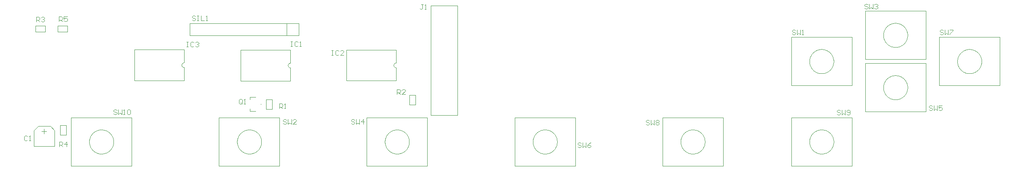
<source format=gto>
*%FSLAX23Y23*%
*%MOIN*%
G01*
D11*
X9299Y8647D02*
X9313D01*
X9306D02*
X9299D01*
X9306D02*
Y8614D01*
X9299Y8607D01*
X9293D01*
X9286Y8614D01*
X9326Y8607D02*
X9339D01*
X9333D01*
Y8647D01*
X9334D01*
X9333D02*
X9326Y8640D01*
X13602Y8436D02*
X13609Y8429D01*
X13602Y8436D02*
X13589D01*
X13582Y8429D01*
Y8423D01*
X13589Y8416D01*
X13602D01*
X13609Y8409D01*
Y8403D01*
X13602Y8396D01*
X13589D01*
X13582Y8403D01*
X13622Y8396D02*
Y8436D01*
X13635Y8409D02*
X13622Y8396D01*
X13635Y8409D02*
X13649Y8396D01*
Y8436D01*
X13662D02*
X13689D01*
Y8429D01*
X13662Y8403D01*
Y8396D01*
X12388Y8431D02*
X12381Y8438D01*
X12368D01*
X12361Y8431D01*
Y8425D01*
X12368Y8418D01*
X12381D01*
X12388Y8411D01*
Y8405D01*
X12381Y8398D01*
X12368D01*
X12361Y8405D01*
X12401Y8398D02*
Y8438D01*
X12414Y8411D02*
X12401Y8398D01*
X12414Y8411D02*
X12428Y8398D01*
Y8438D01*
X12441Y8398D02*
X12454D01*
X12448D01*
Y8438D01*
X12449D01*
X12448D02*
X12441Y8431D01*
X13510Y7810D02*
X13517Y7803D01*
X13510Y7810D02*
X13497D01*
X13490Y7803D01*
Y7797D01*
X13497Y7790D01*
X13510D01*
X13517Y7783D01*
Y7777D01*
X13510Y7770D01*
X13497D01*
X13490Y7777D01*
X13530Y7770D02*
Y7810D01*
X13543Y7783D02*
X13530Y7770D01*
X13543Y7783D02*
X13557Y7770D01*
Y7810D01*
X13570D02*
X13597D01*
X13570D02*
Y7790D01*
X13583Y7797D01*
X13590D01*
X13597Y7790D01*
Y7777D01*
X13590Y7770D01*
X13577D01*
X13570Y7777D01*
X12986Y8644D02*
X12979Y8651D01*
X12966D01*
X12959Y8644D01*
Y8638D01*
X12966Y8631D01*
X12979D01*
X12986Y8624D01*
Y8618D01*
X12979Y8611D01*
X12966D01*
X12959Y8618D01*
X12999Y8611D02*
Y8651D01*
X13012Y8624D02*
X12999Y8611D01*
X13012Y8624D02*
X13026Y8611D01*
Y8651D01*
X13039Y8644D02*
X13046Y8651D01*
X13059D01*
X13066Y8644D01*
Y8638D01*
X13067D01*
X13066D02*
X13067D01*
X13066D02*
X13067D01*
X13066D02*
X13059Y8631D01*
X13052D01*
X13059D01*
X13066Y8624D01*
Y8618D01*
X13059Y8611D01*
X13046D01*
X13039Y8618D01*
X12750Y7772D02*
X12757Y7765D01*
X12750Y7772D02*
X12737D01*
X12730Y7765D01*
Y7759D01*
X12737Y7752D01*
X12750D01*
X12757Y7745D01*
Y7739D01*
X12750Y7732D01*
X12737D01*
X12730Y7739D01*
X12770Y7732D02*
Y7772D01*
X12783Y7745D02*
X12770Y7732D01*
X12783Y7745D02*
X12797Y7732D01*
Y7772D01*
X12810Y7739D02*
X12817Y7732D01*
X12830D01*
X12837Y7739D01*
Y7765D01*
X12830Y7772D01*
X12817D01*
X12810Y7765D01*
Y7759D01*
X12817Y7752D01*
X12837D01*
X10619Y7497D02*
X10612Y7504D01*
X10599D01*
X10592Y7497D01*
Y7491D01*
X10599Y7484D01*
X10612D01*
X10619Y7477D01*
Y7471D01*
X10612Y7464D01*
X10599D01*
X10592Y7471D01*
X10632Y7464D02*
Y7504D01*
X10645Y7477D02*
X10632Y7464D01*
X10645Y7477D02*
X10659Y7464D01*
Y7504D01*
X10685Y7497D02*
X10699Y7504D01*
X10685Y7497D02*
X10672Y7484D01*
Y7471D01*
X10679Y7464D01*
X10692D01*
X10699Y7471D01*
Y7477D01*
X10692Y7484D01*
X10672D01*
X11173Y7689D02*
X11180Y7682D01*
X11173Y7689D02*
X11160D01*
X11153Y7682D01*
Y7676D01*
X11160Y7669D01*
X11173D01*
X11180Y7662D01*
Y7656D01*
X11173Y7649D01*
X11160D01*
X11153Y7656D01*
X11193Y7649D02*
Y7689D01*
X11206Y7662D02*
X11193Y7649D01*
X11206Y7662D02*
X11220Y7649D01*
Y7689D01*
X11233Y7682D02*
X11240Y7689D01*
X11253D01*
X11260Y7682D01*
Y7676D01*
X11253Y7669D01*
X11260Y7662D01*
Y7656D01*
X11253Y7649D01*
X11240D01*
X11233Y7656D01*
Y7662D01*
X11240Y7669D01*
X11233Y7676D01*
Y7682D01*
X11240Y7669D02*
X11253D01*
X9099Y7904D02*
Y7944D01*
X9119D01*
X9126Y7937D01*
Y7924D01*
X9119Y7917D01*
X9099D01*
X9112D02*
X9126Y7904D01*
X9139D02*
X9166D01*
X9139D02*
X9166Y7931D01*
Y7937D01*
X9159Y7944D01*
X9146D01*
X9139Y7937D01*
X8570Y8266D02*
X8557D01*
X8564D02*
X8570D01*
X8564D02*
Y8226D01*
X8557D01*
X8570D01*
X8610Y8266D02*
X8617Y8259D01*
X8610Y8266D02*
X8597D01*
X8590Y8259D01*
Y8233D01*
X8597Y8226D01*
X8610D01*
X8617Y8233D01*
X8630Y8226D02*
X8657D01*
X8630D02*
X8657Y8253D01*
Y8259D01*
X8650Y8266D01*
X8637D01*
X8630Y8259D01*
X8741Y7695D02*
X8748Y7688D01*
X8741Y7695D02*
X8728D01*
X8721Y7688D01*
Y7682D01*
X8728Y7675D01*
X8741D01*
X8748Y7668D01*
Y7662D01*
X8741Y7655D01*
X8728D01*
X8721Y7662D01*
X8761Y7655D02*
Y7695D01*
X8774Y7668D02*
X8761Y7655D01*
X8774Y7668D02*
X8788Y7655D01*
Y7695D01*
X8821D02*
Y7655D01*
X8801Y7675D02*
X8821Y7695D01*
X8828Y7675D02*
X8801D01*
X7435Y8546D02*
X7428Y8553D01*
X7415D01*
X7408Y8546D01*
Y8540D01*
X7415Y8533D01*
X7428D01*
X7435Y8526D01*
Y8520D01*
X7428Y8513D01*
X7415D01*
X7408Y8520D01*
X7448Y8553D02*
X7461D01*
X7455D01*
Y8513D01*
X7448D01*
X7461D01*
X7481D02*
Y8553D01*
Y8513D02*
X7508D01*
X7521D02*
X7535D01*
X7528D01*
Y8553D01*
X7529D01*
X7528D02*
X7521Y8546D01*
X8220Y8340D02*
X8233D01*
X8227D01*
Y8300D01*
X8220D01*
X8233D01*
X8273Y8340D02*
X8280Y8333D01*
X8273Y8340D02*
X8260D01*
X8253Y8333D01*
Y8307D01*
X8260Y8300D01*
X8273D01*
X8280Y8307D01*
X8293Y8300D02*
X8307D01*
X8300D01*
Y8340D01*
X8301D01*
X8300D02*
X8293Y8333D01*
X8126Y7825D02*
Y7785D01*
Y7825D02*
X8146D01*
X8153Y7818D01*
Y7805D01*
X8146Y7798D01*
X8126D01*
X8139D02*
X8153Y7785D01*
X8166D02*
X8179D01*
X8173D01*
Y7825D01*
X8174D01*
X8173D02*
X8166Y7818D01*
X7822Y7829D02*
Y7855D01*
X7815Y7862D01*
X7802D01*
X7795Y7855D01*
Y7829D01*
X7802Y7822D01*
X7815D01*
X7822D02*
X7808Y7835D01*
X7815Y7822D02*
X7822Y7829D01*
X7835Y7822D02*
X7848D01*
X7842D01*
Y7862D01*
X7843D01*
X7842D02*
X7835Y7855D01*
X8179Y7695D02*
X8186Y7688D01*
X8179Y7695D02*
X8166D01*
X8159Y7688D01*
Y7682D01*
X8166Y7675D01*
X8179D01*
X8186Y7668D01*
Y7662D01*
X8179Y7655D01*
X8166D01*
X8159Y7662D01*
X8199Y7655D02*
Y7695D01*
X8212Y7668D02*
X8199Y7655D01*
X8212Y7668D02*
X8226Y7655D01*
Y7695D01*
X8239Y7655D02*
X8266D01*
X8239D02*
X8266Y7682D01*
Y7688D01*
X8259Y7695D01*
X8246D01*
X8239Y7688D01*
X7375Y8336D02*
X7362D01*
X7369D02*
X7375D01*
X7369D02*
Y8296D01*
X7362D01*
X7375D01*
X7415Y8336D02*
X7422Y8329D01*
X7415Y8336D02*
X7402D01*
X7395Y8329D01*
Y8303D01*
X7402Y8296D01*
X7415D01*
X7422Y8303D01*
X7435Y8329D02*
X7442Y8336D01*
X7455D01*
X7462Y8329D01*
Y8323D01*
X7463D01*
X7462D02*
X7463D01*
X7462D02*
X7463D01*
X7462D02*
X7455Y8316D01*
X7449D01*
X7455D01*
X7462Y8309D01*
Y8303D01*
X7455Y8296D01*
X7442D01*
X7435Y8303D01*
X6120Y8503D02*
Y8543D01*
X6140D01*
X6147Y8536D01*
Y8523D01*
X6140Y8516D01*
X6120D01*
X6133D02*
X6147Y8503D01*
X6160Y8536D02*
X6167Y8543D01*
X6180D01*
X6187Y8536D01*
Y8530D01*
X6188D01*
X6187D02*
X6188D01*
X6187D02*
X6188D01*
X6187D02*
X6180Y8523D01*
X6173D01*
X6180D01*
X6187Y8516D01*
Y8510D01*
X6180Y8503D01*
X6167D01*
X6160Y8510D01*
X6309Y8505D02*
Y8545D01*
X6329D01*
X6336Y8538D01*
Y8525D01*
X6329Y8518D01*
X6309D01*
X6322D02*
X6336Y8505D01*
X6349Y8545D02*
X6376D01*
X6349D02*
Y8525D01*
X6362Y8532D01*
X6369D01*
X6376Y8525D01*
Y8512D01*
X6369Y8505D01*
X6356D01*
X6349Y8512D01*
X6779Y7777D02*
X6786Y7770D01*
X6779Y7777D02*
X6766D01*
X6759Y7770D01*
Y7764D01*
X6766Y7757D01*
X6779D01*
X6786Y7750D01*
Y7744D01*
X6779Y7737D01*
X6766D01*
X6759Y7744D01*
X6799Y7737D02*
Y7777D01*
X6812Y7750D02*
X6799Y7737D01*
X6812Y7750D02*
X6826Y7737D01*
Y7777D01*
X6839Y7737D02*
X6852D01*
X6846D01*
Y7777D01*
X6847D01*
X6846D02*
X6839Y7770D01*
X6872D02*
X6879Y7777D01*
X6892D01*
X6899Y7770D01*
Y7744D01*
X6892Y7737D01*
X6879D01*
X6872Y7744D01*
Y7770D01*
X6311Y7509D02*
Y7469D01*
Y7509D02*
X6331D01*
X6338Y7502D01*
Y7489D01*
X6331Y7482D01*
X6311D01*
X6324D02*
X6338Y7469D01*
X6371D02*
Y7509D01*
X6351Y7489D01*
X6378D01*
X6049Y7552D02*
X6042Y7559D01*
X6029D01*
X6022Y7552D01*
Y7526D01*
X6029Y7519D01*
X6042D01*
X6049Y7526D01*
X6062Y7519D02*
X6075D01*
X6069D01*
Y7559D01*
X6070D01*
X6069D02*
X6062Y7552D01*
D13*
X9376Y7730D02*
Y8636D01*
X9598D02*
Y7730D01*
X9376D01*
Y8636D02*
X9598D01*
X13924Y8175D02*
X13924Y8172D01*
X13924Y8168D01*
X13924Y8165D01*
X13923Y8162D01*
X13923Y8158D01*
X13922Y8155D01*
X13921Y8152D01*
X13920Y8149D01*
X13920Y8146D01*
X13919Y8142D01*
X13917Y8139D01*
X13916Y8136D01*
X13915Y8133D01*
X13913Y8130D01*
X13912Y8127D01*
X13910Y8124D01*
X13908Y8121D01*
X13907Y8119D01*
X13905Y8116D01*
X13903Y8113D01*
X13901Y8111D01*
X13898Y8108D01*
X13896Y8106D01*
X13894Y8103D01*
X13891Y8101D01*
X13889Y8099D01*
X13886Y8097D01*
X13884Y8095D01*
X13881Y8093D01*
X13878Y8091D01*
X13875Y8089D01*
X13873Y8088D01*
X13870Y8086D01*
X13867Y8085D01*
X13864Y8083D01*
X13861Y8082D01*
X13857Y8081D01*
X13854Y8080D01*
X13851Y8079D01*
X13848Y8078D01*
X13845Y8077D01*
X13841Y8077D01*
X13838Y8076D01*
X13835Y8076D01*
X13831Y8075D01*
X13828Y8075D01*
X13825Y8075D01*
X13822Y8075D01*
X13818Y8075D01*
X13815Y8075D01*
X13812Y8076D01*
X13808Y8076D01*
X13805Y8077D01*
X13802Y8078D01*
X13799Y8078D01*
X13795Y8079D01*
X13792Y8080D01*
X13789Y8081D01*
X13786Y8083D01*
X13783Y8084D01*
X13780Y8085D01*
X13777Y8087D01*
X13774Y8088D01*
X13771Y8090D01*
X13768Y8092D01*
X13766Y8094D01*
X13763Y8096D01*
X13760Y8098D01*
X13758Y8100D01*
X13755Y8102D01*
X13753Y8105D01*
X13751Y8107D01*
X13748Y8109D01*
X13746Y8112D01*
X13744Y8115D01*
X13742Y8117D01*
X13740Y8120D01*
X13739Y8123D01*
X13737Y8126D01*
X13735Y8129D01*
X13734Y8132D01*
X13733Y8135D01*
X13731Y8138D01*
X13730Y8141D01*
X13729Y8144D01*
X13728Y8147D01*
X13727Y8150D01*
X13726Y8154D01*
X13726Y8157D01*
X13725Y8160D01*
X13725Y8163D01*
X13724Y8167D01*
X13724Y8170D01*
X13724Y8173D01*
Y8177D01*
X13724Y8180D01*
X13724Y8183D01*
X13725Y8187D01*
X13725Y8190D01*
X13726Y8193D01*
X13726Y8196D01*
X13727Y8200D01*
X13728Y8203D01*
X13729Y8206D01*
X13730Y8209D01*
X13731Y8212D01*
X13733Y8215D01*
X13734Y8218D01*
X13735Y8221D01*
X13737Y8224D01*
X13739Y8227D01*
X13740Y8230D01*
X13742Y8233D01*
X13744Y8235D01*
X13746Y8238D01*
X13748Y8241D01*
X13751Y8243D01*
X13753Y8245D01*
X13755Y8248D01*
X13758Y8250D01*
X13760Y8252D01*
X13763Y8254D01*
X13766Y8256D01*
X13768Y8258D01*
X13771Y8260D01*
X13774Y8262D01*
X13777Y8263D01*
X13780Y8265D01*
X13783Y8266D01*
X13786Y8267D01*
X13789Y8269D01*
X13792Y8270D01*
X13795Y8271D01*
X13799Y8272D01*
X13802Y8272D01*
X13805Y8273D01*
X13808Y8274D01*
X13812Y8274D01*
X13815Y8275D01*
X13818Y8275D01*
X13822Y8275D01*
X13825Y8275D01*
X13828Y8275D01*
X13831Y8275D01*
X13835Y8274D01*
X13838Y8274D01*
X13841Y8273D01*
X13845Y8273D01*
X13848Y8272D01*
X13851Y8271D01*
X13854Y8270D01*
X13857Y8269D01*
X13861Y8268D01*
X13864Y8267D01*
X13867Y8265D01*
X13870Y8264D01*
X13873Y8262D01*
X13875Y8261D01*
X13878Y8259D01*
X13881Y8257D01*
X13884Y8255D01*
X13886Y8253D01*
X13889Y8251D01*
X13891Y8249D01*
X13894Y8247D01*
X13896Y8244D01*
X13898Y8242D01*
X13901Y8239D01*
X13903Y8237D01*
X13905Y8234D01*
X13907Y8231D01*
X13908Y8229D01*
X13910Y8226D01*
X13912Y8223D01*
X13913Y8220D01*
X13915Y8217D01*
X13916Y8214D01*
X13917Y8211D01*
X13919Y8208D01*
X13920Y8204D01*
X13920Y8201D01*
X13921Y8198D01*
X13922Y8195D01*
X13923Y8192D01*
X13923Y8188D01*
X13924Y8185D01*
X13924Y8182D01*
X13924Y8178D01*
X13924Y8175D01*
X13574Y7975D02*
Y8375D01*
X14074D02*
Y7975D01*
X13574D01*
Y8375D02*
X14074D01*
X12703Y8175D02*
X12703Y8172D01*
X12703Y8168D01*
X12703Y8165D01*
X12702Y8162D01*
X12702Y8158D01*
X12701Y8155D01*
X12700Y8152D01*
X12699Y8149D01*
X12699Y8146D01*
X12698Y8142D01*
X12696Y8139D01*
X12695Y8136D01*
X12694Y8133D01*
X12692Y8130D01*
X12691Y8127D01*
X12689Y8124D01*
X12687Y8121D01*
X12686Y8119D01*
X12684Y8116D01*
X12682Y8113D01*
X12680Y8111D01*
X12677Y8108D01*
X12675Y8106D01*
X12673Y8103D01*
X12670Y8101D01*
X12668Y8099D01*
X12665Y8097D01*
X12663Y8095D01*
X12660Y8093D01*
X12657Y8091D01*
X12654Y8089D01*
X12652Y8088D01*
X12649Y8086D01*
X12646Y8085D01*
X12643Y8083D01*
X12640Y8082D01*
X12636Y8081D01*
X12633Y8080D01*
X12630Y8079D01*
X12627Y8078D01*
X12624Y8077D01*
X12620Y8077D01*
X12617Y8076D01*
X12614Y8076D01*
X12610Y8075D01*
X12607Y8075D01*
X12604Y8075D01*
X12601Y8075D01*
X12597Y8075D01*
X12594Y8075D01*
X12591Y8076D01*
X12587Y8076D01*
X12584Y8077D01*
X12581Y8078D01*
X12578Y8078D01*
X12574Y8079D01*
X12571Y8080D01*
X12568Y8081D01*
X12565Y8083D01*
X12562Y8084D01*
X12559Y8085D01*
X12556Y8087D01*
X12553Y8088D01*
X12550Y8090D01*
X12547Y8092D01*
X12545Y8094D01*
X12542Y8096D01*
X12539Y8098D01*
X12537Y8100D01*
X12534Y8102D01*
X12532Y8105D01*
X12530Y8107D01*
X12527Y8109D01*
X12525Y8112D01*
X12523Y8115D01*
X12521Y8117D01*
X12519Y8120D01*
X12518Y8123D01*
X12516Y8126D01*
X12514Y8129D01*
X12513Y8132D01*
X12512Y8135D01*
X12510Y8138D01*
X12509Y8141D01*
X12508Y8144D01*
X12507Y8147D01*
X12506Y8150D01*
X12505Y8154D01*
X12505Y8157D01*
X12504Y8160D01*
X12504Y8163D01*
X12503Y8167D01*
X12503Y8170D01*
X12503Y8173D01*
Y8177D01*
X12503Y8180D01*
X12503Y8183D01*
X12504Y8187D01*
X12504Y8190D01*
X12505Y8193D01*
X12505Y8196D01*
X12506Y8200D01*
X12507Y8203D01*
X12508Y8206D01*
X12509Y8209D01*
X12510Y8212D01*
X12512Y8215D01*
X12513Y8218D01*
X12514Y8221D01*
X12516Y8224D01*
X12518Y8227D01*
X12519Y8230D01*
X12521Y8233D01*
X12523Y8235D01*
X12525Y8238D01*
X12527Y8241D01*
X12530Y8243D01*
X12532Y8245D01*
X12534Y8248D01*
X12537Y8250D01*
X12539Y8252D01*
X12542Y8254D01*
X12545Y8256D01*
X12547Y8258D01*
X12550Y8260D01*
X12553Y8262D01*
X12556Y8263D01*
X12559Y8265D01*
X12562Y8266D01*
X12565Y8267D01*
X12568Y8269D01*
X12571Y8270D01*
X12574Y8271D01*
X12578Y8272D01*
X12581Y8272D01*
X12584Y8273D01*
X12587Y8274D01*
X12591Y8274D01*
X12594Y8275D01*
X12597Y8275D01*
X12601Y8275D01*
X12604Y8275D01*
X12607Y8275D01*
X12610Y8275D01*
X12614Y8274D01*
X12617Y8274D01*
X12620Y8273D01*
X12624Y8273D01*
X12627Y8272D01*
X12630Y8271D01*
X12633Y8270D01*
X12636Y8269D01*
X12640Y8268D01*
X12643Y8267D01*
X12646Y8265D01*
X12649Y8264D01*
X12652Y8262D01*
X12654Y8261D01*
X12657Y8259D01*
X12660Y8257D01*
X12663Y8255D01*
X12665Y8253D01*
X12668Y8251D01*
X12670Y8249D01*
X12673Y8247D01*
X12675Y8244D01*
X12677Y8242D01*
X12680Y8239D01*
X12682Y8237D01*
X12684Y8234D01*
X12686Y8231D01*
X12687Y8229D01*
X12689Y8226D01*
X12691Y8223D01*
X12692Y8220D01*
X12694Y8217D01*
X12695Y8214D01*
X12696Y8211D01*
X12698Y8208D01*
X12699Y8204D01*
X12699Y8201D01*
X12700Y8198D01*
X12701Y8195D01*
X12702Y8192D01*
X12702Y8188D01*
X12703Y8185D01*
X12703Y8182D01*
X12703Y8178D01*
X12703Y8175D01*
X12853Y7975D02*
Y8375D01*
X12353D02*
Y7975D01*
Y8375D02*
X12853D01*
Y7975D02*
X12353D01*
X13313Y7959D02*
X13313Y7956D01*
X13313Y7952D01*
X13313Y7949D01*
X13312Y7946D01*
X13312Y7942D01*
X13311Y7939D01*
X13310Y7936D01*
X13309Y7933D01*
X13309Y7930D01*
X13308Y7926D01*
X13306Y7923D01*
X13305Y7920D01*
X13304Y7917D01*
X13302Y7914D01*
X13301Y7911D01*
X13299Y7908D01*
X13297Y7905D01*
X13296Y7903D01*
X13294Y7900D01*
X13292Y7897D01*
X13290Y7895D01*
X13287Y7892D01*
X13285Y7890D01*
X13283Y7887D01*
X13280Y7885D01*
X13278Y7883D01*
X13275Y7881D01*
X13273Y7879D01*
X13270Y7877D01*
X13267Y7875D01*
X13264Y7873D01*
X13262Y7872D01*
X13259Y7870D01*
X13256Y7869D01*
X13253Y7867D01*
X13250Y7866D01*
X13246Y7865D01*
X13243Y7864D01*
X13240Y7863D01*
X13237Y7862D01*
X13234Y7861D01*
X13230Y7861D01*
X13227Y7860D01*
X13224Y7860D01*
X13220Y7859D01*
X13217Y7859D01*
X13214Y7859D01*
X13211Y7859D01*
X13207Y7859D01*
X13204Y7859D01*
X13201Y7860D01*
X13197Y7860D01*
X13194Y7861D01*
X13191Y7862D01*
X13188Y7862D01*
X13184Y7863D01*
X13181Y7864D01*
X13178Y7865D01*
X13175Y7867D01*
X13172Y7868D01*
X13169Y7869D01*
X13166Y7871D01*
X13163Y7872D01*
X13160Y7874D01*
X13157Y7876D01*
X13155Y7878D01*
X13152Y7880D01*
X13149Y7882D01*
X13147Y7884D01*
X13144Y7886D01*
X13142Y7889D01*
X13140Y7891D01*
X13137Y7893D01*
X13135Y7896D01*
X13133Y7899D01*
X13131Y7901D01*
X13129Y7904D01*
X13128Y7907D01*
X13126Y7910D01*
X13124Y7913D01*
X13123Y7916D01*
X13122Y7919D01*
X13120Y7922D01*
X13119Y7925D01*
X13118Y7928D01*
X13117Y7931D01*
X13116Y7934D01*
X13115Y7938D01*
X13115Y7941D01*
X13114Y7944D01*
X13114Y7947D01*
X13113Y7951D01*
X13113Y7954D01*
X13113Y7957D01*
Y7961D01*
X13113Y7964D01*
X13113Y7967D01*
X13114Y7971D01*
X13114Y7974D01*
X13115Y7977D01*
X13115Y7980D01*
X13116Y7984D01*
X13117Y7987D01*
X13118Y7990D01*
X13119Y7993D01*
X13120Y7996D01*
X13122Y7999D01*
X13123Y8002D01*
X13124Y8005D01*
X13126Y8008D01*
X13128Y8011D01*
X13129Y8014D01*
X13131Y8017D01*
X13133Y8019D01*
X13135Y8022D01*
X13137Y8025D01*
X13140Y8027D01*
X13142Y8029D01*
X13144Y8032D01*
X13147Y8034D01*
X13149Y8036D01*
X13152Y8038D01*
X13155Y8040D01*
X13157Y8042D01*
X13160Y8044D01*
X13163Y8046D01*
X13166Y8047D01*
X13169Y8049D01*
X13172Y8050D01*
X13175Y8051D01*
X13178Y8053D01*
X13181Y8054D01*
X13184Y8055D01*
X13188Y8056D01*
X13191Y8056D01*
X13194Y8057D01*
X13197Y8058D01*
X13201Y8058D01*
X13204Y8059D01*
X13207Y8059D01*
X13211Y8059D01*
X13214Y8059D01*
X13217Y8059D01*
X13220Y8059D01*
X13224Y8058D01*
X13227Y8058D01*
X13230Y8057D01*
X13234Y8057D01*
X13237Y8056D01*
X13240Y8055D01*
X13243Y8054D01*
X13246Y8053D01*
X13250Y8052D01*
X13253Y8051D01*
X13256Y8049D01*
X13259Y8048D01*
X13262Y8046D01*
X13264Y8045D01*
X13267Y8043D01*
X13270Y8041D01*
X13273Y8039D01*
X13275Y8037D01*
X13278Y8035D01*
X13280Y8033D01*
X13283Y8031D01*
X13285Y8028D01*
X13287Y8026D01*
X13290Y8023D01*
X13292Y8021D01*
X13294Y8018D01*
X13296Y8015D01*
X13297Y8013D01*
X13299Y8010D01*
X13301Y8007D01*
X13302Y8004D01*
X13304Y8001D01*
X13305Y7998D01*
X13306Y7995D01*
X13308Y7992D01*
X13309Y7988D01*
X13309Y7985D01*
X13310Y7982D01*
X13311Y7979D01*
X13312Y7976D01*
X13312Y7972D01*
X13313Y7969D01*
X13313Y7966D01*
X13313Y7962D01*
X13313Y7959D01*
X13463Y7759D02*
Y8159D01*
X12963D02*
Y7759D01*
Y8159D02*
X13463D01*
Y7759D02*
X12963D01*
X13313Y8392D02*
X13313Y8389D01*
X13313Y8385D01*
X13313Y8382D01*
X13312Y8379D01*
X13312Y8375D01*
X13311Y8372D01*
X13310Y8369D01*
X13309Y8366D01*
X13309Y8363D01*
X13308Y8359D01*
X13306Y8356D01*
X13305Y8353D01*
X13304Y8350D01*
X13302Y8347D01*
X13301Y8344D01*
X13299Y8341D01*
X13297Y8338D01*
X13296Y8336D01*
X13294Y8333D01*
X13292Y8330D01*
X13290Y8328D01*
X13287Y8325D01*
X13285Y8323D01*
X13283Y8320D01*
X13280Y8318D01*
X13278Y8316D01*
X13275Y8314D01*
X13273Y8312D01*
X13270Y8310D01*
X13267Y8308D01*
X13264Y8306D01*
X13262Y8305D01*
X13259Y8303D01*
X13256Y8302D01*
X13253Y8300D01*
X13250Y8299D01*
X13246Y8298D01*
X13243Y8297D01*
X13240Y8296D01*
X13237Y8295D01*
X13234Y8294D01*
X13230Y8294D01*
X13227Y8293D01*
X13224Y8293D01*
X13220Y8292D01*
X13217Y8292D01*
X13214Y8292D01*
X13211Y8292D01*
X13207Y8292D01*
X13204Y8292D01*
X13201Y8293D01*
X13197Y8293D01*
X13194Y8294D01*
X13191Y8295D01*
X13188Y8295D01*
X13184Y8296D01*
X13181Y8297D01*
X13178Y8298D01*
X13175Y8300D01*
X13172Y8301D01*
X13169Y8302D01*
X13166Y8304D01*
X13163Y8305D01*
X13160Y8307D01*
X13157Y8309D01*
X13155Y8311D01*
X13152Y8313D01*
X13149Y8315D01*
X13147Y8317D01*
X13144Y8319D01*
X13142Y8322D01*
X13140Y8324D01*
X13137Y8326D01*
X13135Y8329D01*
X13133Y8332D01*
X13131Y8334D01*
X13129Y8337D01*
X13128Y8340D01*
X13126Y8343D01*
X13124Y8346D01*
X13123Y8349D01*
X13122Y8352D01*
X13120Y8355D01*
X13119Y8358D01*
X13118Y8361D01*
X13117Y8364D01*
X13116Y8367D01*
X13115Y8371D01*
X13115Y8374D01*
X13114Y8377D01*
X13114Y8380D01*
X13113Y8384D01*
X13113Y8387D01*
X13113Y8390D01*
Y8394D01*
X13113Y8397D01*
X13113Y8400D01*
X13114Y8404D01*
X13114Y8407D01*
X13115Y8410D01*
X13115Y8413D01*
X13116Y8417D01*
X13117Y8420D01*
X13118Y8423D01*
X13119Y8426D01*
X13120Y8429D01*
X13122Y8432D01*
X13123Y8435D01*
X13124Y8438D01*
X13126Y8441D01*
X13128Y8444D01*
X13129Y8447D01*
X13131Y8450D01*
X13133Y8452D01*
X13135Y8455D01*
X13137Y8458D01*
X13140Y8460D01*
X13142Y8462D01*
X13144Y8465D01*
X13147Y8467D01*
X13149Y8469D01*
X13152Y8471D01*
X13155Y8473D01*
X13157Y8475D01*
X13160Y8477D01*
X13163Y8479D01*
X13166Y8480D01*
X13169Y8482D01*
X13172Y8483D01*
X13175Y8484D01*
X13178Y8486D01*
X13181Y8487D01*
X13184Y8488D01*
X13188Y8489D01*
X13191Y8489D01*
X13194Y8490D01*
X13197Y8491D01*
X13201Y8491D01*
X13204Y8492D01*
X13207Y8492D01*
X13211Y8492D01*
X13214Y8492D01*
X13217Y8492D01*
X13220Y8492D01*
X13224Y8491D01*
X13227Y8491D01*
X13230Y8490D01*
X13234Y8490D01*
X13237Y8489D01*
X13240Y8488D01*
X13243Y8487D01*
X13246Y8486D01*
X13250Y8485D01*
X13253Y8484D01*
X13256Y8482D01*
X13259Y8481D01*
X13262Y8479D01*
X13264Y8478D01*
X13267Y8476D01*
X13270Y8474D01*
X13273Y8472D01*
X13275Y8470D01*
X13278Y8468D01*
X13280Y8466D01*
X13283Y8464D01*
X13285Y8461D01*
X13287Y8459D01*
X13290Y8456D01*
X13292Y8454D01*
X13294Y8451D01*
X13296Y8448D01*
X13297Y8446D01*
X13299Y8443D01*
X13301Y8440D01*
X13302Y8437D01*
X13304Y8434D01*
X13305Y8431D01*
X13306Y8428D01*
X13308Y8425D01*
X13309Y8421D01*
X13309Y8418D01*
X13310Y8415D01*
X13311Y8412D01*
X13312Y8409D01*
X13312Y8405D01*
X13313Y8402D01*
X13313Y8399D01*
X13313Y8395D01*
X13313Y8392D01*
X12963Y8192D02*
Y8592D01*
X13463D02*
Y8192D01*
X12963D01*
Y8592D02*
X13463D01*
X12703Y7510D02*
X12703Y7507D01*
X12703Y7503D01*
X12703Y7500D01*
X12702Y7497D01*
X12702Y7493D01*
X12701Y7490D01*
X12700Y7487D01*
X12699Y7484D01*
X12699Y7481D01*
X12698Y7477D01*
X12696Y7474D01*
X12695Y7471D01*
X12694Y7468D01*
X12692Y7465D01*
X12691Y7462D01*
X12689Y7459D01*
X12687Y7456D01*
X12686Y7454D01*
X12684Y7451D01*
X12682Y7448D01*
X12680Y7446D01*
X12677Y7443D01*
X12675Y7441D01*
X12673Y7438D01*
X12670Y7436D01*
X12668Y7434D01*
X12665Y7432D01*
X12663Y7430D01*
X12660Y7428D01*
X12657Y7426D01*
X12654Y7424D01*
X12652Y7423D01*
X12649Y7421D01*
X12646Y7420D01*
X12643Y7418D01*
X12640Y7417D01*
X12636Y7416D01*
X12633Y7415D01*
X12630Y7414D01*
X12627Y7413D01*
X12624Y7412D01*
X12620Y7412D01*
X12617Y7411D01*
X12614Y7411D01*
X12610Y7410D01*
X12607Y7410D01*
X12604Y7410D01*
X12601Y7410D01*
X12597Y7410D01*
X12594Y7410D01*
X12591Y7411D01*
X12587Y7411D01*
X12584Y7412D01*
X12581Y7413D01*
X12578Y7413D01*
X12574Y7414D01*
X12571Y7415D01*
X12568Y7416D01*
X12565Y7418D01*
X12562Y7419D01*
X12559Y7420D01*
X12556Y7422D01*
X12553Y7423D01*
X12550Y7425D01*
X12547Y7427D01*
X12545Y7429D01*
X12542Y7431D01*
X12539Y7433D01*
X12537Y7435D01*
X12534Y7437D01*
X12532Y7440D01*
X12530Y7442D01*
X12527Y7444D01*
X12525Y7447D01*
X12523Y7450D01*
X12521Y7452D01*
X12519Y7455D01*
X12518Y7458D01*
X12516Y7461D01*
X12514Y7464D01*
X12513Y7467D01*
X12512Y7470D01*
X12510Y7473D01*
X12509Y7476D01*
X12508Y7479D01*
X12507Y7482D01*
X12506Y7485D01*
X12505Y7489D01*
X12505Y7492D01*
X12504Y7495D01*
X12504Y7498D01*
X12503Y7502D01*
X12503Y7505D01*
X12503Y7508D01*
Y7512D01*
X12503Y7515D01*
X12503Y7518D01*
X12504Y7522D01*
X12504Y7525D01*
X12505Y7528D01*
X12505Y7531D01*
X12506Y7535D01*
X12507Y7538D01*
X12508Y7541D01*
X12509Y7544D01*
X12510Y7547D01*
X12512Y7550D01*
X12513Y7553D01*
X12514Y7556D01*
X12516Y7559D01*
X12518Y7562D01*
X12519Y7565D01*
X12521Y7568D01*
X12523Y7570D01*
X12525Y7573D01*
X12527Y7576D01*
X12530Y7578D01*
X12532Y7580D01*
X12534Y7583D01*
X12537Y7585D01*
X12539Y7587D01*
X12542Y7589D01*
X12545Y7591D01*
X12547Y7593D01*
X12550Y7595D01*
X12553Y7597D01*
X12556Y7598D01*
X12559Y7600D01*
X12562Y7601D01*
X12565Y7602D01*
X12568Y7604D01*
X12571Y7605D01*
X12574Y7606D01*
X12578Y7607D01*
X12581Y7607D01*
X12584Y7608D01*
X12587Y7609D01*
X12591Y7609D01*
X12594Y7610D01*
X12597Y7610D01*
X12601Y7610D01*
X12604Y7610D01*
X12607Y7610D01*
X12610Y7610D01*
X12614Y7609D01*
X12617Y7609D01*
X12620Y7608D01*
X12624Y7608D01*
X12627Y7607D01*
X12630Y7606D01*
X12633Y7605D01*
X12636Y7604D01*
X12640Y7603D01*
X12643Y7602D01*
X12646Y7600D01*
X12649Y7599D01*
X12652Y7597D01*
X12654Y7596D01*
X12657Y7594D01*
X12660Y7592D01*
X12663Y7590D01*
X12665Y7588D01*
X12668Y7586D01*
X12670Y7584D01*
X12673Y7582D01*
X12675Y7579D01*
X12677Y7577D01*
X12680Y7574D01*
X12682Y7572D01*
X12684Y7569D01*
X12686Y7566D01*
X12687Y7564D01*
X12689Y7561D01*
X12691Y7558D01*
X12692Y7555D01*
X12694Y7552D01*
X12695Y7549D01*
X12696Y7546D01*
X12698Y7543D01*
X12699Y7539D01*
X12699Y7536D01*
X12700Y7533D01*
X12701Y7530D01*
X12702Y7527D01*
X12702Y7523D01*
X12703Y7520D01*
X12703Y7517D01*
X12703Y7513D01*
X12703Y7510D01*
X12353Y7310D02*
Y7710D01*
X12853D02*
Y7310D01*
X12353D01*
Y7710D02*
X12853D01*
X10420Y7510D02*
X10420Y7507D01*
X10420Y7503D01*
X10420Y7500D01*
X10419Y7497D01*
X10419Y7493D01*
X10418Y7490D01*
X10417Y7487D01*
X10416Y7484D01*
X10416Y7481D01*
X10415Y7477D01*
X10413Y7474D01*
X10412Y7471D01*
X10411Y7468D01*
X10409Y7465D01*
X10408Y7462D01*
X10406Y7459D01*
X10404Y7456D01*
X10403Y7454D01*
X10401Y7451D01*
X10399Y7448D01*
X10397Y7446D01*
X10394Y7443D01*
X10392Y7441D01*
X10390Y7438D01*
X10387Y7436D01*
X10385Y7434D01*
X10382Y7432D01*
X10380Y7430D01*
X10377Y7428D01*
X10374Y7426D01*
X10371Y7424D01*
X10369Y7423D01*
X10366Y7421D01*
X10363Y7420D01*
X10360Y7418D01*
X10357Y7417D01*
X10353Y7416D01*
X10350Y7415D01*
X10347Y7414D01*
X10344Y7413D01*
X10341Y7412D01*
X10337Y7412D01*
X10334Y7411D01*
X10331Y7411D01*
X10327Y7410D01*
X10324Y7410D01*
X10321Y7410D01*
X10318Y7410D01*
X10314Y7410D01*
X10311Y7410D01*
X10308Y7411D01*
X10304Y7411D01*
X10301Y7412D01*
X10298Y7413D01*
X10295Y7413D01*
X10291Y7414D01*
X10288Y7415D01*
X10285Y7416D01*
X10282Y7418D01*
X10279Y7419D01*
X10276Y7420D01*
X10273Y7422D01*
X10270Y7423D01*
X10267Y7425D01*
X10264Y7427D01*
X10262Y7429D01*
X10259Y7431D01*
X10256Y7433D01*
X10254Y7435D01*
X10251Y7437D01*
X10249Y7440D01*
X10247Y7442D01*
X10244Y7444D01*
X10242Y7447D01*
X10240Y7450D01*
X10238Y7452D01*
X10236Y7455D01*
X10235Y7458D01*
X10233Y7461D01*
X10231Y7464D01*
X10230Y7467D01*
X10229Y7470D01*
X10227Y7473D01*
X10226Y7476D01*
X10225Y7479D01*
X10224Y7482D01*
X10223Y7485D01*
X10222Y7489D01*
X10222Y7492D01*
X10221Y7495D01*
X10221Y7498D01*
X10220Y7502D01*
X10220Y7505D01*
X10220Y7508D01*
Y7512D01*
X10220Y7515D01*
X10220Y7518D01*
X10221Y7522D01*
X10221Y7525D01*
X10222Y7528D01*
X10222Y7531D01*
X10223Y7535D01*
X10224Y7538D01*
X10225Y7541D01*
X10226Y7544D01*
X10227Y7547D01*
X10229Y7550D01*
X10230Y7553D01*
X10231Y7556D01*
X10233Y7559D01*
X10235Y7562D01*
X10236Y7565D01*
X10238Y7568D01*
X10240Y7570D01*
X10242Y7573D01*
X10244Y7576D01*
X10247Y7578D01*
X10249Y7580D01*
X10251Y7583D01*
X10254Y7585D01*
X10256Y7587D01*
X10259Y7589D01*
X10262Y7591D01*
X10264Y7593D01*
X10267Y7595D01*
X10270Y7597D01*
X10273Y7598D01*
X10276Y7600D01*
X10279Y7601D01*
X10282Y7602D01*
X10285Y7604D01*
X10288Y7605D01*
X10291Y7606D01*
X10295Y7607D01*
X10298Y7607D01*
X10301Y7608D01*
X10304Y7609D01*
X10308Y7609D01*
X10311Y7610D01*
X10314Y7610D01*
X10318Y7610D01*
X10321Y7610D01*
X10324Y7610D01*
X10327Y7610D01*
X10331Y7609D01*
X10334Y7609D01*
X10337Y7608D01*
X10341Y7608D01*
X10344Y7607D01*
X10347Y7606D01*
X10350Y7605D01*
X10353Y7604D01*
X10357Y7603D01*
X10360Y7602D01*
X10363Y7600D01*
X10366Y7599D01*
X10369Y7597D01*
X10371Y7596D01*
X10374Y7594D01*
X10377Y7592D01*
X10380Y7590D01*
X10382Y7588D01*
X10385Y7586D01*
X10387Y7584D01*
X10390Y7582D01*
X10392Y7579D01*
X10394Y7577D01*
X10397Y7574D01*
X10399Y7572D01*
X10401Y7569D01*
X10403Y7566D01*
X10404Y7564D01*
X10406Y7561D01*
X10408Y7558D01*
X10409Y7555D01*
X10411Y7552D01*
X10412Y7549D01*
X10413Y7546D01*
X10415Y7543D01*
X10416Y7539D01*
X10416Y7536D01*
X10417Y7533D01*
X10418Y7530D01*
X10419Y7527D01*
X10419Y7523D01*
X10420Y7520D01*
X10420Y7517D01*
X10420Y7513D01*
X10420Y7510D01*
X10070Y7310D02*
Y7710D01*
X10570D02*
Y7310D01*
X10070D01*
Y7710D02*
X10570D01*
X11640Y7510D02*
X11640Y7507D01*
X11640Y7503D01*
X11640Y7500D01*
X11639Y7497D01*
X11639Y7493D01*
X11638Y7490D01*
X11637Y7487D01*
X11636Y7484D01*
X11636Y7481D01*
X11635Y7477D01*
X11633Y7474D01*
X11632Y7471D01*
X11631Y7468D01*
X11629Y7465D01*
X11628Y7462D01*
X11626Y7459D01*
X11624Y7456D01*
X11623Y7454D01*
X11621Y7451D01*
X11619Y7448D01*
X11617Y7446D01*
X11614Y7443D01*
X11612Y7441D01*
X11610Y7438D01*
X11607Y7436D01*
X11605Y7434D01*
X11602Y7432D01*
X11600Y7430D01*
X11597Y7428D01*
X11594Y7426D01*
X11591Y7424D01*
X11589Y7423D01*
X11586Y7421D01*
X11583Y7420D01*
X11580Y7418D01*
X11577Y7417D01*
X11573Y7416D01*
X11570Y7415D01*
X11567Y7414D01*
X11564Y7413D01*
X11561Y7412D01*
X11557Y7412D01*
X11554Y7411D01*
X11551Y7411D01*
X11547Y7410D01*
X11544Y7410D01*
X11541Y7410D01*
X11538Y7410D01*
X11534Y7410D01*
X11531Y7410D01*
X11528Y7411D01*
X11524Y7411D01*
X11521Y7412D01*
X11518Y7413D01*
X11515Y7413D01*
X11511Y7414D01*
X11508Y7415D01*
X11505Y7416D01*
X11502Y7418D01*
X11499Y7419D01*
X11496Y7420D01*
X11493Y7422D01*
X11490Y7423D01*
X11487Y7425D01*
X11484Y7427D01*
X11482Y7429D01*
X11479Y7431D01*
X11476Y7433D01*
X11474Y7435D01*
X11471Y7437D01*
X11469Y7440D01*
X11467Y7442D01*
X11464Y7444D01*
X11462Y7447D01*
X11460Y7450D01*
X11458Y7452D01*
X11456Y7455D01*
X11455Y7458D01*
X11453Y7461D01*
X11451Y7464D01*
X11450Y7467D01*
X11449Y7470D01*
X11447Y7473D01*
X11446Y7476D01*
X11445Y7479D01*
X11444Y7482D01*
X11443Y7485D01*
X11442Y7489D01*
X11442Y7492D01*
X11441Y7495D01*
X11441Y7498D01*
X11440Y7502D01*
X11440Y7505D01*
X11440Y7508D01*
Y7512D01*
X11440Y7515D01*
X11440Y7518D01*
X11441Y7522D01*
X11441Y7525D01*
X11442Y7528D01*
X11442Y7531D01*
X11443Y7535D01*
X11444Y7538D01*
X11445Y7541D01*
X11446Y7544D01*
X11447Y7547D01*
X11449Y7550D01*
X11450Y7553D01*
X11451Y7556D01*
X11453Y7559D01*
X11455Y7562D01*
X11456Y7565D01*
X11458Y7568D01*
X11460Y7570D01*
X11462Y7573D01*
X11464Y7576D01*
X11467Y7578D01*
X11469Y7580D01*
X11471Y7583D01*
X11474Y7585D01*
X11476Y7587D01*
X11479Y7589D01*
X11482Y7591D01*
X11484Y7593D01*
X11487Y7595D01*
X11490Y7597D01*
X11493Y7598D01*
X11496Y7600D01*
X11499Y7601D01*
X11502Y7602D01*
X11505Y7604D01*
X11508Y7605D01*
X11511Y7606D01*
X11515Y7607D01*
X11518Y7607D01*
X11521Y7608D01*
X11524Y7609D01*
X11528Y7609D01*
X11531Y7610D01*
X11534Y7610D01*
X11538Y7610D01*
X11541Y7610D01*
X11544Y7610D01*
X11547Y7610D01*
X11551Y7609D01*
X11554Y7609D01*
X11557Y7608D01*
X11561Y7608D01*
X11564Y7607D01*
X11567Y7606D01*
X11570Y7605D01*
X11573Y7604D01*
X11577Y7603D01*
X11580Y7602D01*
X11583Y7600D01*
X11586Y7599D01*
X11589Y7597D01*
X11591Y7596D01*
X11594Y7594D01*
X11597Y7592D01*
X11600Y7590D01*
X11602Y7588D01*
X11605Y7586D01*
X11607Y7584D01*
X11610Y7582D01*
X11612Y7579D01*
X11614Y7577D01*
X11617Y7574D01*
X11619Y7572D01*
X11621Y7569D01*
X11623Y7566D01*
X11624Y7564D01*
X11626Y7561D01*
X11628Y7558D01*
X11629Y7555D01*
X11631Y7552D01*
X11632Y7549D01*
X11633Y7546D01*
X11635Y7543D01*
X11636Y7539D01*
X11636Y7536D01*
X11637Y7533D01*
X11638Y7530D01*
X11639Y7527D01*
X11639Y7523D01*
X11640Y7520D01*
X11640Y7517D01*
X11640Y7513D01*
X11640Y7510D01*
X11290Y7310D02*
Y7710D01*
X11790D02*
Y7310D01*
X11290D01*
Y7710D02*
X11790D01*
X9252Y7818D02*
Y7898D01*
X9202D02*
Y7818D01*
X9252D01*
Y7898D02*
X9202D01*
X9091Y8124D02*
X9088Y8124D01*
X9084Y8125D01*
X9081Y8127D01*
X9078Y8129D01*
X9076Y8131D01*
X9074Y8134D01*
X9072Y8137D01*
X9071Y8141D01*
X9071Y8144D01*
X9071Y8147D01*
X9072Y8151D01*
X9074Y8154D01*
X9076Y8157D01*
X9078Y8159D01*
X9081Y8161D01*
X9084Y8163D01*
X9088Y8164D01*
X9091Y8164D01*
X8681Y8271D02*
Y8016D01*
X9091D02*
Y8124D01*
Y8164D02*
Y8271D01*
X8681D01*
Y8016D02*
X9091D01*
X9199Y7510D02*
X9199Y7507D01*
X9199Y7503D01*
X9199Y7500D01*
X9198Y7497D01*
X9198Y7493D01*
X9197Y7490D01*
X9196Y7487D01*
X9195Y7484D01*
X9195Y7481D01*
X9194Y7477D01*
X9192Y7474D01*
X9191Y7471D01*
X9190Y7468D01*
X9188Y7465D01*
X9187Y7462D01*
X9185Y7459D01*
X9183Y7456D01*
X9182Y7454D01*
X9180Y7451D01*
X9178Y7448D01*
X9176Y7446D01*
X9173Y7443D01*
X9171Y7441D01*
X9169Y7438D01*
X9166Y7436D01*
X9164Y7434D01*
X9161Y7432D01*
X9159Y7430D01*
X9156Y7428D01*
X9153Y7426D01*
X9150Y7424D01*
X9148Y7423D01*
X9145Y7421D01*
X9142Y7420D01*
X9139Y7418D01*
X9136Y7417D01*
X9132Y7416D01*
X9129Y7415D01*
X9126Y7414D01*
X9123Y7413D01*
X9120Y7412D01*
X9116Y7412D01*
X9113Y7411D01*
X9110Y7411D01*
X9106Y7410D01*
X9103Y7410D01*
X9100Y7410D01*
X9097Y7410D01*
X9093Y7410D01*
X9090Y7410D01*
X9087Y7411D01*
X9083Y7411D01*
X9080Y7412D01*
X9077Y7413D01*
X9074Y7413D01*
X9070Y7414D01*
X9067Y7415D01*
X9064Y7416D01*
X9061Y7418D01*
X9058Y7419D01*
X9055Y7420D01*
X9052Y7422D01*
X9049Y7423D01*
X9046Y7425D01*
X9043Y7427D01*
X9041Y7429D01*
X9038Y7431D01*
X9035Y7433D01*
X9033Y7435D01*
X9030Y7437D01*
X9028Y7440D01*
X9026Y7442D01*
X9023Y7444D01*
X9021Y7447D01*
X9019Y7450D01*
X9017Y7452D01*
X9015Y7455D01*
X9014Y7458D01*
X9012Y7461D01*
X9010Y7464D01*
X9009Y7467D01*
X9008Y7470D01*
X9006Y7473D01*
X9005Y7476D01*
X9004Y7479D01*
X9003Y7482D01*
X9002Y7485D01*
X9001Y7489D01*
X9001Y7492D01*
X9000Y7495D01*
X9000Y7498D01*
X8999Y7502D01*
X8999Y7505D01*
X8999Y7508D01*
Y7512D01*
X8999Y7515D01*
X8999Y7518D01*
X9000Y7522D01*
X9000Y7525D01*
X9001Y7528D01*
X9001Y7531D01*
X9002Y7535D01*
X9003Y7538D01*
X9004Y7541D01*
X9005Y7544D01*
X9006Y7547D01*
X9008Y7550D01*
X9009Y7553D01*
X9010Y7556D01*
X9012Y7559D01*
X9014Y7562D01*
X9015Y7565D01*
X9017Y7568D01*
X9019Y7570D01*
X9021Y7573D01*
X9023Y7576D01*
X9026Y7578D01*
X9028Y7580D01*
X9030Y7583D01*
X9033Y7585D01*
X9035Y7587D01*
X9038Y7589D01*
X9041Y7591D01*
X9043Y7593D01*
X9046Y7595D01*
X9049Y7597D01*
X9052Y7598D01*
X9055Y7600D01*
X9058Y7601D01*
X9061Y7602D01*
X9064Y7604D01*
X9067Y7605D01*
X9070Y7606D01*
X9074Y7607D01*
X9077Y7607D01*
X9080Y7608D01*
X9083Y7609D01*
X9087Y7609D01*
X9090Y7610D01*
X9093Y7610D01*
X9097Y7610D01*
X9100Y7610D01*
X9103Y7610D01*
X9106Y7610D01*
X9110Y7609D01*
X9113Y7609D01*
X9116Y7608D01*
X9120Y7608D01*
X9123Y7607D01*
X9126Y7606D01*
X9129Y7605D01*
X9132Y7604D01*
X9136Y7603D01*
X9139Y7602D01*
X9142Y7600D01*
X9145Y7599D01*
X9148Y7597D01*
X9150Y7596D01*
X9153Y7594D01*
X9156Y7592D01*
X9159Y7590D01*
X9161Y7588D01*
X9164Y7586D01*
X9166Y7584D01*
X9169Y7582D01*
X9171Y7579D01*
X9173Y7577D01*
X9176Y7574D01*
X9178Y7572D01*
X9180Y7569D01*
X9182Y7566D01*
X9183Y7564D01*
X9185Y7561D01*
X9187Y7558D01*
X9188Y7555D01*
X9190Y7552D01*
X9191Y7549D01*
X9192Y7546D01*
X9194Y7543D01*
X9195Y7539D01*
X9195Y7536D01*
X9196Y7533D01*
X9197Y7530D01*
X9198Y7527D01*
X9198Y7523D01*
X9199Y7520D01*
X9199Y7517D01*
X9199Y7513D01*
X9199Y7510D01*
X8849Y7310D02*
Y7710D01*
X9349D02*
Y7310D01*
X8849D01*
Y7710D02*
X9349D01*
X8219Y8122D02*
X8216Y8122D01*
X8212Y8123D01*
X8209Y8125D01*
X8206Y8127D01*
X8204Y8129D01*
X8202Y8132D01*
X8200Y8135D01*
X8199Y8139D01*
X8199Y8142D01*
X8199Y8145D01*
X8200Y8149D01*
X8202Y8152D01*
X8204Y8155D01*
X8206Y8157D01*
X8209Y8159D01*
X8212Y8161D01*
X8216Y8162D01*
X8219Y8162D01*
X7809Y8269D02*
Y8014D01*
X8219D02*
Y8122D01*
Y8162D02*
Y8269D01*
X7809D01*
Y8014D02*
X8219D01*
X8066Y7859D02*
Y7779D01*
X8016D02*
Y7859D01*
Y7779D02*
X8066D01*
Y7859D02*
X8016D01*
X7979Y7510D02*
X7979Y7507D01*
X7979Y7503D01*
X7979Y7500D01*
X7978Y7497D01*
X7978Y7493D01*
X7977Y7490D01*
X7976Y7487D01*
X7975Y7484D01*
X7975Y7481D01*
X7974Y7477D01*
X7972Y7474D01*
X7971Y7471D01*
X7970Y7468D01*
X7968Y7465D01*
X7967Y7462D01*
X7965Y7459D01*
X7963Y7456D01*
X7962Y7454D01*
X7960Y7451D01*
X7958Y7448D01*
X7956Y7446D01*
X7953Y7443D01*
X7951Y7441D01*
X7949Y7438D01*
X7946Y7436D01*
X7944Y7434D01*
X7941Y7432D01*
X7939Y7430D01*
X7936Y7428D01*
X7933Y7426D01*
X7930Y7424D01*
X7928Y7423D01*
X7925Y7421D01*
X7922Y7420D01*
X7919Y7418D01*
X7916Y7417D01*
X7912Y7416D01*
X7909Y7415D01*
X7906Y7414D01*
X7903Y7413D01*
X7900Y7412D01*
X7896Y7412D01*
X7893Y7411D01*
X7890Y7411D01*
X7886Y7410D01*
X7883Y7410D01*
X7880Y7410D01*
X7877Y7410D01*
X7873Y7410D01*
X7870Y7410D01*
X7867Y7411D01*
X7863Y7411D01*
X7860Y7412D01*
X7857Y7413D01*
X7854Y7413D01*
X7850Y7414D01*
X7847Y7415D01*
X7844Y7416D01*
X7841Y7418D01*
X7838Y7419D01*
X7835Y7420D01*
X7832Y7422D01*
X7829Y7423D01*
X7826Y7425D01*
X7823Y7427D01*
X7821Y7429D01*
X7818Y7431D01*
X7815Y7433D01*
X7813Y7435D01*
X7810Y7437D01*
X7808Y7440D01*
X7806Y7442D01*
X7803Y7444D01*
X7801Y7447D01*
X7799Y7450D01*
X7797Y7452D01*
X7795Y7455D01*
X7794Y7458D01*
X7792Y7461D01*
X7790Y7464D01*
X7789Y7467D01*
X7788Y7470D01*
X7786Y7473D01*
X7785Y7476D01*
X7784Y7479D01*
X7783Y7482D01*
X7782Y7485D01*
X7781Y7489D01*
X7781Y7492D01*
X7780Y7495D01*
X7780Y7498D01*
X7779Y7502D01*
X7779Y7505D01*
X7779Y7508D01*
Y7512D01*
X7779Y7515D01*
X7779Y7518D01*
X7780Y7522D01*
X7780Y7525D01*
X7781Y7528D01*
X7781Y7531D01*
X7782Y7535D01*
X7783Y7538D01*
X7784Y7541D01*
X7785Y7544D01*
X7786Y7547D01*
X7788Y7550D01*
X7789Y7553D01*
X7790Y7556D01*
X7792Y7559D01*
X7794Y7562D01*
X7795Y7565D01*
X7797Y7568D01*
X7799Y7570D01*
X7801Y7573D01*
X7803Y7576D01*
X7806Y7578D01*
X7808Y7580D01*
X7810Y7583D01*
X7813Y7585D01*
X7815Y7587D01*
X7818Y7589D01*
X7821Y7591D01*
X7823Y7593D01*
X7826Y7595D01*
X7829Y7597D01*
X7832Y7598D01*
X7835Y7600D01*
X7838Y7601D01*
X7841Y7602D01*
X7844Y7604D01*
X7847Y7605D01*
X7850Y7606D01*
X7854Y7607D01*
X7857Y7607D01*
X7860Y7608D01*
X7863Y7609D01*
X7867Y7609D01*
X7870Y7610D01*
X7873Y7610D01*
X7877Y7610D01*
X7880Y7610D01*
X7883Y7610D01*
X7886Y7610D01*
X7890Y7609D01*
X7893Y7609D01*
X7896Y7608D01*
X7900Y7608D01*
X7903Y7607D01*
X7906Y7606D01*
X7909Y7605D01*
X7912Y7604D01*
X7916Y7603D01*
X7919Y7602D01*
X7922Y7600D01*
X7925Y7599D01*
X7928Y7597D01*
X7930Y7596D01*
X7933Y7594D01*
X7936Y7592D01*
X7939Y7590D01*
X7941Y7588D01*
X7944Y7586D01*
X7946Y7584D01*
X7949Y7582D01*
X7951Y7579D01*
X7953Y7577D01*
X7956Y7574D01*
X7958Y7572D01*
X7960Y7569D01*
X7962Y7566D01*
X7963Y7564D01*
X7965Y7561D01*
X7967Y7558D01*
X7968Y7555D01*
X7970Y7552D01*
X7971Y7549D01*
X7972Y7546D01*
X7974Y7543D01*
X7975Y7539D01*
X7975Y7536D01*
X7976Y7533D01*
X7977Y7530D01*
X7978Y7527D01*
X7978Y7523D01*
X7979Y7520D01*
X7979Y7517D01*
X7979Y7513D01*
X7979Y7510D01*
X7629Y7310D02*
Y7710D01*
X8129D02*
Y7310D01*
X7629D01*
Y7710D02*
X8129D01*
X7341Y8125D02*
X7338Y8125D01*
X7334Y8126D01*
X7331Y8128D01*
X7328Y8130D01*
X7326Y8132D01*
X7324Y8135D01*
X7322Y8138D01*
X7321Y8142D01*
X7321Y8145D01*
X7321Y8148D01*
X7322Y8152D01*
X7324Y8155D01*
X7326Y8158D01*
X7328Y8160D01*
X7331Y8162D01*
X7334Y8164D01*
X7338Y8165D01*
X7341Y8165D01*
X6931Y8272D02*
Y8017D01*
X7341D02*
Y8125D01*
Y8165D02*
Y8272D01*
X6931D01*
Y8017D02*
X7341D01*
X6194Y8419D02*
Y8469D01*
X6114D02*
Y8419D01*
Y8469D02*
X6194D01*
Y8419D02*
X6114D01*
X6378D02*
Y8469D01*
X6298D02*
Y8419D01*
Y8469D02*
X6378D01*
Y8419D02*
X6298D01*
X6758Y7510D02*
X6758Y7507D01*
X6758Y7503D01*
X6758Y7500D01*
X6757Y7497D01*
X6757Y7493D01*
X6756Y7490D01*
X6755Y7487D01*
X6754Y7484D01*
X6754Y7481D01*
X6753Y7477D01*
X6751Y7474D01*
X6750Y7471D01*
X6749Y7468D01*
X6747Y7465D01*
X6746Y7462D01*
X6744Y7459D01*
X6742Y7456D01*
X6741Y7454D01*
X6739Y7451D01*
X6737Y7448D01*
X6735Y7446D01*
X6732Y7443D01*
X6730Y7441D01*
X6728Y7438D01*
X6725Y7436D01*
X6723Y7434D01*
X6720Y7432D01*
X6718Y7430D01*
X6715Y7428D01*
X6712Y7426D01*
X6709Y7424D01*
X6707Y7423D01*
X6704Y7421D01*
X6701Y7420D01*
X6698Y7418D01*
X6695Y7417D01*
X6691Y7416D01*
X6688Y7415D01*
X6685Y7414D01*
X6682Y7413D01*
X6679Y7412D01*
X6675Y7412D01*
X6672Y7411D01*
X6669Y7411D01*
X6665Y7410D01*
X6662Y7410D01*
X6659Y7410D01*
X6656Y7410D01*
X6652Y7410D01*
X6649Y7410D01*
X6646Y7411D01*
X6642Y7411D01*
X6639Y7412D01*
X6636Y7413D01*
X6633Y7413D01*
X6629Y7414D01*
X6626Y7415D01*
X6623Y7416D01*
X6620Y7418D01*
X6617Y7419D01*
X6614Y7420D01*
X6611Y7422D01*
X6608Y7423D01*
X6605Y7425D01*
X6602Y7427D01*
X6600Y7429D01*
X6597Y7431D01*
X6594Y7433D01*
X6592Y7435D01*
X6589Y7437D01*
X6587Y7440D01*
X6585Y7442D01*
X6582Y7444D01*
X6580Y7447D01*
X6578Y7450D01*
X6576Y7452D01*
X6574Y7455D01*
X6573Y7458D01*
X6571Y7461D01*
X6569Y7464D01*
X6568Y7467D01*
X6567Y7470D01*
X6565Y7473D01*
X6564Y7476D01*
X6563Y7479D01*
X6562Y7482D01*
X6561Y7485D01*
X6560Y7489D01*
X6560Y7492D01*
X6559Y7495D01*
X6559Y7498D01*
X6558Y7502D01*
X6558Y7505D01*
X6558Y7508D01*
Y7512D01*
X6558Y7515D01*
X6558Y7518D01*
X6559Y7522D01*
X6559Y7525D01*
X6560Y7528D01*
X6560Y7531D01*
X6561Y7535D01*
X6562Y7538D01*
X6563Y7541D01*
X6564Y7544D01*
X6565Y7547D01*
X6567Y7550D01*
X6568Y7553D01*
X6569Y7556D01*
X6571Y7559D01*
X6573Y7562D01*
X6574Y7565D01*
X6576Y7568D01*
X6578Y7570D01*
X6580Y7573D01*
X6582Y7576D01*
X6585Y7578D01*
X6587Y7580D01*
X6589Y7583D01*
X6592Y7585D01*
X6594Y7587D01*
X6597Y7589D01*
X6600Y7591D01*
X6602Y7593D01*
X6605Y7595D01*
X6608Y7597D01*
X6611Y7598D01*
X6614Y7600D01*
X6617Y7601D01*
X6620Y7602D01*
X6623Y7604D01*
X6626Y7605D01*
X6629Y7606D01*
X6633Y7607D01*
X6636Y7607D01*
X6639Y7608D01*
X6642Y7609D01*
X6646Y7609D01*
X6649Y7610D01*
X6652Y7610D01*
X6656Y7610D01*
X6659Y7610D01*
X6662Y7610D01*
X6665Y7610D01*
X6669Y7609D01*
X6672Y7609D01*
X6675Y7608D01*
X6679Y7608D01*
X6682Y7607D01*
X6685Y7606D01*
X6688Y7605D01*
X6691Y7604D01*
X6695Y7603D01*
X6698Y7602D01*
X6701Y7600D01*
X6704Y7599D01*
X6707Y7597D01*
X6709Y7596D01*
X6712Y7594D01*
X6715Y7592D01*
X6718Y7590D01*
X6720Y7588D01*
X6723Y7586D01*
X6725Y7584D01*
X6728Y7582D01*
X6730Y7579D01*
X6732Y7577D01*
X6735Y7574D01*
X6737Y7572D01*
X6739Y7569D01*
X6741Y7566D01*
X6742Y7564D01*
X6744Y7561D01*
X6746Y7558D01*
X6747Y7555D01*
X6749Y7552D01*
X6750Y7549D01*
X6751Y7546D01*
X6753Y7543D01*
X6754Y7539D01*
X6754Y7536D01*
X6755Y7533D01*
X6756Y7530D01*
X6757Y7527D01*
X6757Y7523D01*
X6758Y7520D01*
X6758Y7517D01*
X6758Y7513D01*
X6758Y7510D01*
X6908Y7310D02*
Y7710D01*
X6408D02*
Y7310D01*
Y7710D02*
X6908D01*
Y7310D02*
X6408D01*
X6319Y7568D02*
Y7648D01*
X6369D02*
Y7568D01*
Y7648D02*
X6319D01*
Y7568D02*
X6369D01*
D14*
X7387Y8391D02*
Y8491D01*
X8287D02*
Y8391D01*
X8187D02*
Y8491D01*
X8287D02*
X7387D01*
Y8391D02*
X8287D01*
X6205Y7598D02*
X6165D01*
X6185Y7578D02*
Y7618D01*
D15*
X7885Y7764D02*
Y7784D01*
X7975Y7819D02*
Y7824D01*
X7885Y7859D02*
Y7879D01*
Y7764D02*
X7930D01*
Y7879D02*
X7885D01*
X6271Y7604D02*
X6236Y7641D01*
X6137D02*
X6101Y7604D01*
Y7472D01*
X6271D02*
Y7604D01*
X6236Y7641D02*
X6137D01*
X6101Y7472D02*
X6271D01*
D62*
X6184Y7485D02*
D03*
M02*

</source>
